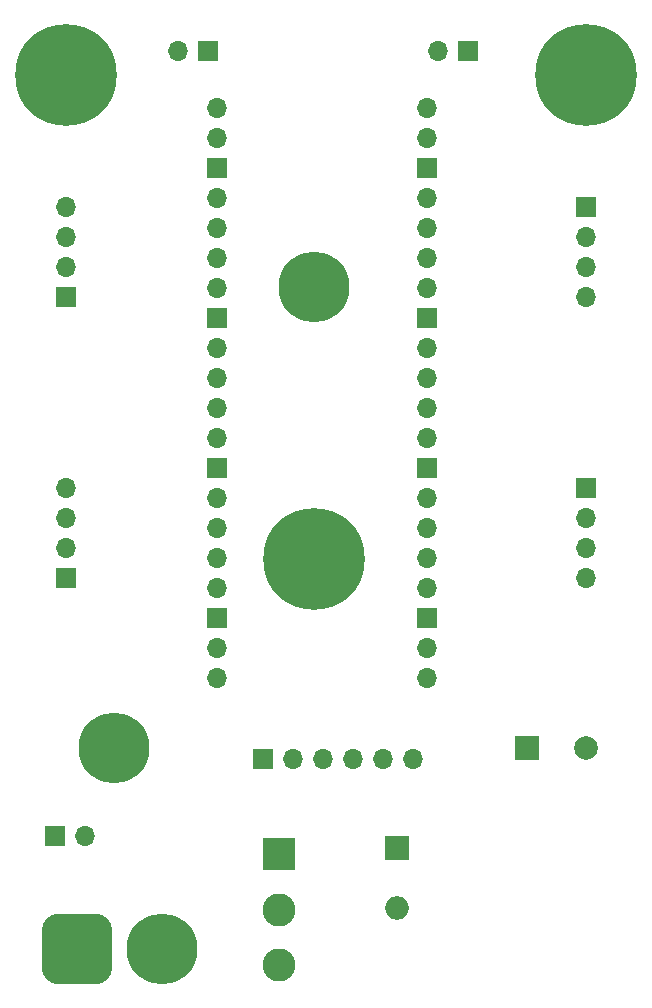
<source format=gbr>
%TF.GenerationSoftware,KiCad,Pcbnew,(6.0.7)*%
%TF.CreationDate,2022-11-23T18:30:17-05:00*%
%TF.ProjectId,Team5_Coaster,5465616d-355f-4436-9f61-737465722e6b,rev?*%
%TF.SameCoordinates,Original*%
%TF.FileFunction,Soldermask,Bot*%
%TF.FilePolarity,Negative*%
%FSLAX46Y46*%
G04 Gerber Fmt 4.6, Leading zero omitted, Abs format (unit mm)*
G04 Created by KiCad (PCBNEW (6.0.7)) date 2022-11-23 18:30:17*
%MOMM*%
%LPD*%
G01*
G04 APERTURE LIST*
G04 Aperture macros list*
%AMRoundRect*
0 Rectangle with rounded corners*
0 $1 Rounding radius*
0 $2 $3 $4 $5 $6 $7 $8 $9 X,Y pos of 4 corners*
0 Add a 4 corners polygon primitive as box body*
4,1,4,$2,$3,$4,$5,$6,$7,$8,$9,$2,$3,0*
0 Add four circle primitives for the rounded corners*
1,1,$1+$1,$2,$3*
1,1,$1+$1,$4,$5*
1,1,$1+$1,$6,$7*
1,1,$1+$1,$8,$9*
0 Add four rect primitives between the rounded corners*
20,1,$1+$1,$2,$3,$4,$5,0*
20,1,$1+$1,$4,$5,$6,$7,0*
20,1,$1+$1,$6,$7,$8,$9,0*
20,1,$1+$1,$8,$9,$2,$3,0*%
G04 Aperture macros list end*
%ADD10R,1.700000X1.700000*%
%ADD11O,1.700000X1.700000*%
%ADD12C,0.900000*%
%ADD13C,8.600000*%
%ADD14R,2.794000X2.794000*%
%ADD15C,2.794000*%
%ADD16R,2.000000X2.000000*%
%ADD17O,2.000000X2.000000*%
%ADD18C,2.000000*%
%ADD19C,6.000000*%
%ADD20RoundRect,1.500000X-1.500000X-1.500000X1.500000X-1.500000X1.500000X1.500000X-1.500000X1.500000X0*%
G04 APERTURE END LIST*
D10*
%TO.C,J6*%
X102000000Y-120500000D03*
D11*
X104540000Y-120500000D03*
%TD*%
D10*
%TO.C,RF1*%
X147000000Y-67200000D03*
D11*
X147000000Y-69740000D03*
X147000000Y-72280000D03*
X147000000Y-74820000D03*
%TD*%
D12*
%TO.C,H1*%
X124000000Y-100225000D03*
X126280419Y-99280419D03*
X124000000Y-93775000D03*
X121719581Y-99280419D03*
X120775000Y-97000000D03*
X127225000Y-97000000D03*
X121719581Y-94719581D03*
D13*
X124000000Y-97000000D03*
D12*
X126280419Y-94719581D03*
%TD*%
D14*
%TO.C,SW1*%
X121000000Y-122000000D03*
D15*
X121000000Y-126699000D03*
X121000000Y-131398000D03*
%TD*%
D10*
%TO.C,J13*%
X115000000Y-54000000D03*
D11*
X112460000Y-54000000D03*
%TD*%
D10*
%TO.C,J4*%
X137000000Y-54000000D03*
D11*
X134460000Y-54000000D03*
%TD*%
D16*
%TO.C,D1*%
X131000000Y-121460000D03*
D17*
X131000000Y-126540000D03*
%TD*%
D12*
%TO.C,H4*%
X143775000Y-56000000D03*
X149280419Y-53719581D03*
X149280419Y-58280419D03*
X147000000Y-59225000D03*
X144719581Y-58280419D03*
D13*
X147000000Y-56000000D03*
D12*
X150225000Y-56000000D03*
X144719581Y-53719581D03*
X147000000Y-52775000D03*
%TD*%
D16*
%TO.C,C1*%
X142000000Y-113000000D03*
D18*
X147000000Y-113000000D03*
%TD*%
D19*
%TO.C,J5*%
X124000000Y-74000000D03*
%TD*%
D10*
%TO.C,J2*%
X119675000Y-113975000D03*
D11*
X122215000Y-113975000D03*
X124755000Y-113975000D03*
X127295000Y-113975000D03*
X129835000Y-113975000D03*
X132375000Y-113975000D03*
%TD*%
D20*
%TO.C,J1*%
X103900000Y-130000000D03*
D19*
X111100000Y-130000000D03*
%TD*%
D12*
%TO.C,H3*%
X105280419Y-53719581D03*
X103000000Y-59225000D03*
X105280419Y-58280419D03*
X100719581Y-53719581D03*
X99775000Y-56000000D03*
D13*
X103000000Y-56000000D03*
D12*
X100719581Y-58280419D03*
X103000000Y-52775000D03*
X106225000Y-56000000D03*
%TD*%
D10*
%TO.C,LB1*%
X103000000Y-98620000D03*
D11*
X103000000Y-96080000D03*
X103000000Y-93540000D03*
X103000000Y-91000000D03*
%TD*%
D10*
%TO.C,LF1*%
X103000000Y-74800000D03*
D11*
X103000000Y-72260000D03*
X103000000Y-69720000D03*
X103000000Y-67180000D03*
%TD*%
D19*
%TO.C,J3*%
X107000000Y-113000000D03*
%TD*%
D10*
%TO.C,RB1*%
X147000000Y-91000000D03*
D11*
X147000000Y-93540000D03*
X147000000Y-96080000D03*
X147000000Y-98620000D03*
%TD*%
%TO.C,U1*%
X115745000Y-58855000D03*
X115745000Y-61395000D03*
D10*
X115745000Y-63935000D03*
D11*
X115745000Y-66475000D03*
X115745000Y-69015000D03*
X115745000Y-71555000D03*
X115745000Y-74095000D03*
D10*
X115745000Y-76635000D03*
D11*
X115745000Y-79175000D03*
X115745000Y-81715000D03*
X115745000Y-84255000D03*
X115745000Y-86795000D03*
D10*
X115745000Y-89335000D03*
D11*
X115745000Y-91875000D03*
X115745000Y-94415000D03*
X115745000Y-96955000D03*
X115745000Y-99495000D03*
D10*
X115745000Y-102035000D03*
D11*
X115745000Y-104575000D03*
X115745000Y-107115000D03*
X133525000Y-107115000D03*
X133525000Y-104575000D03*
D10*
X133525000Y-102035000D03*
D11*
X133525000Y-99495000D03*
X133525000Y-96955000D03*
X133525000Y-94415000D03*
X133525000Y-91875000D03*
D10*
X133525000Y-89335000D03*
D11*
X133525000Y-86795000D03*
X133525000Y-84255000D03*
X133525000Y-81715000D03*
X133525000Y-79175000D03*
D10*
X133525000Y-76635000D03*
D11*
X133525000Y-74095000D03*
X133525000Y-71555000D03*
X133525000Y-69015000D03*
X133525000Y-66475000D03*
D10*
X133525000Y-63935000D03*
D11*
X133525000Y-61395000D03*
X133525000Y-58855000D03*
%TD*%
M02*

</source>
